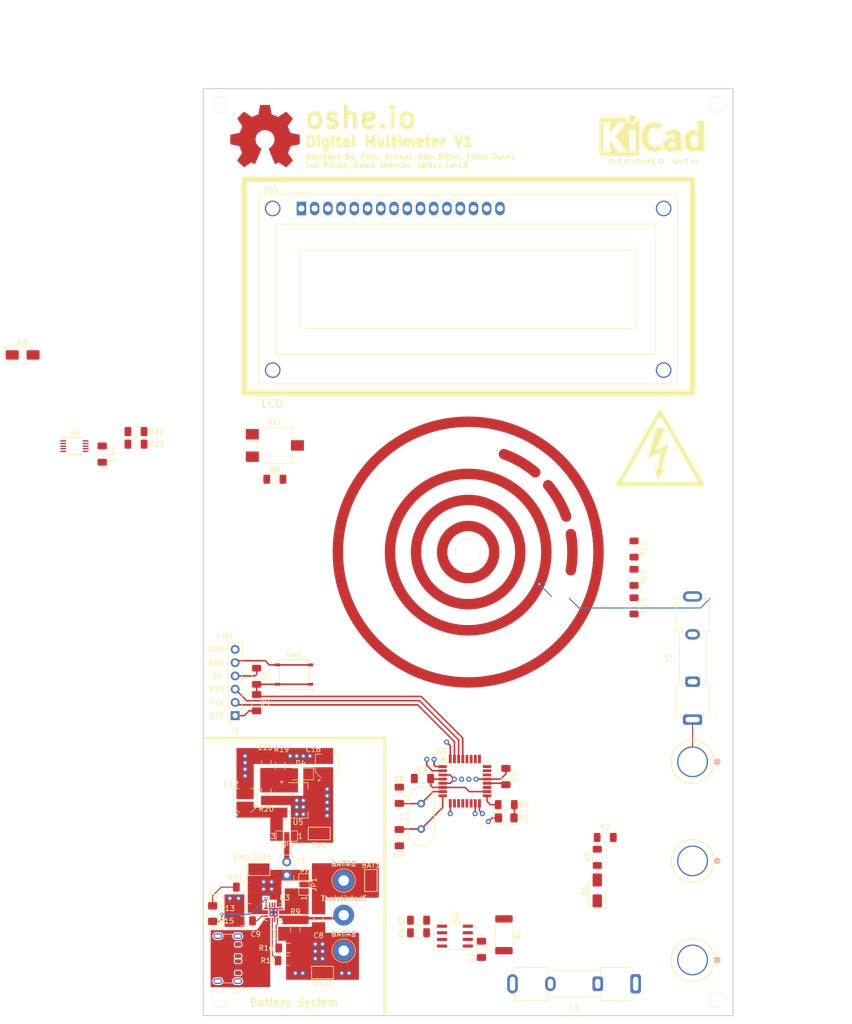
<source format=kicad_pcb>
(kicad_pcb (version 20240108) (generator "pcbnew") (generator_version "8.0")
  (title_block (title "OSHE DMM") (date "2025-02-10") (rev "V1") (company "Open Source Hardware Enterprise"))
  (layers (0 "F.Cu" signal) (1 "In1.Cu" signal) (2 "In2.Cu" signal) (31 "B.Cu" signal) (34 "B.Paste" user) (35 "F.Paste" user) (36 "B.SilkS" user "B.Silkscreen") (37 "F.SilkS" user "F.Silkscreen") (38 "B.Mask" user) (39 "F.Mask" user) (44 "Edge.Cuts" user))
  (net 0 "")
  (net 1 "Net-(JP1-C)")
  (net 2 "GND")
  (net 3 "Net-(U1-AREF)")
  (net 4 "+5V")
  (net 5 "Net-(U1-XTAL1{slash}PB6)")
  (net 6 "Net-(U1-XTAL2{slash}PB7)")
  (net 7 "DTR")
  (net 8 "Net-(U1-~{RESET}{slash}PC6)")
  (net 9 "USB_Power_IN")
  (net 10 "9V_BAT_IN")
  (net 11 "Net-(JP2-B)")
  (net 12 "Net-(D4-A)")
  (net 13 "Net-(D1-A2)")
  (net 14 "Net-(D2-A)")
  (net 15 "Net-(D3-A)")
  (net 16 "RXD")
  (net 17 "TXD")
  (net 20 "BMS_BAT_IN")
  (net 21 "Net-(J3-Pin_2)")
  (net 22 "SCK{slash}D13")
  (net 23 "/R-ILIM")
  (net 24 "/R-ISET")
  (net 25 "TS")
  (net 26 "D9")
  (net 27 "A2")
  (net 28 "A7")
  (net 29 "A1")
  (net 30 "A0")
  (net 31 "SDA")
  (net 32 "D5")
  (net 33 "MISO{slash}D12")
  (net 34 "D2")
  (net 35 "D4")
  (net 36 "SCL")
  (net 37 "D8")
  (net 38 "D10")
  (net 39 "D7")
  (net 40 "A6")
  (net 41 "MOSI{slash}D11")
  (net 42 "A3")
  (net 43 "D6")
  (net 44 "D3")
  (net 45 "Net-(U2-A0)")
  (net 46 "Net-(U2-A1)")
  (net 47 "Net-(U3-TMR)")
  (net 49 "Net-(D1-A1)")
  (net 50 "Net-(D3-K)")
  (net 51 "Net-(C4-Pad1)")
  (net 55 "Net-(DS1-VO)")
  (net 57 "Net-(DS1-LED(+))")
  (net 58 "Net-(U2-IN+)")
  (net 59 "Net-(F2-Pad2)")
  (net 60 "/2V")
  (net 61 "/20V")
  (net 62 "/200V")
  (net 63 "Net-(D5-A2)")
  (net 67 "Input_Negative")
  (net 68 "Current_Input")
  (net 69 "Voltage_Input")
  (footprint "TestPoint:TestPoint_Keystone_5019_Minature" (layer "F.Cu") (at 145.821 215.07 -90)
    (property "Reference" "BAT1")
    (property "Value" "TestPoint")
  )
  (footprint "Resistor_SMD:R_1206_3216Metric_Pad1.30x1.75mm_HandSolder" (layer "F.Cu") (at 123.907 175.8915 90)
    (property "Reference" "R7")
    (property "Value" "10k")
  )
  (footprint "Display:WC1602A" (layer "F.Cu") (at 132.49 86.1745)
    (property "Reference" "DS1")
    (property "Value" "WC1602A")
  )
  (footprint "Capacitor_SMD:C_1206_3216Metric_Pad1.33x1.80mm_HandSolder" (layer "F.Cu") (at 135.788 222.309 -90)
    (property "Reference" "C8")
    (property "Value" "10uF")
  )
  (footprint "Symbol:OSHW-Symbol_13.4x12mm_Copper" (layer "F.Cu") (at 125.501 72.322)
    (property "Reference" "REF**" (hide yes))
    (property "Value" "OSHW-Symbol_13.4x12mm_Copper" (hide yes))
  )
  (footprint "Resistor_SMD:R_1206_3216Metric_Pad1.30x1.75mm_HandSolder" (layer "F.Cu") (at 196.315 162.389 -90)
    (property "Reference" "R13")
    (property "Value" "10k")
  )
  (footprint "Resistor_SMD:R_1206_3216Metric_Pad1.30x1.75mm_HandSolder" (layer "F.Cu") (at 189.255 210.625 90)
    (property "Reference" "R3")
    (property "Value" "10k")
  )
  (footprint "Capacitor_SMD:C_1206_3216Metric_Pad1.33x1.80mm_HandSolder" (layer "F.Cu") (at 171.729 195.131 -90)
    (property "Reference" "C1")
    (property "Value" "0.1uF")
  )
  (footprint "Resistor_SMD:R_1206_3216Metric_Pad1.30x1.75mm_HandSolder" (layer "F.Cu") (at 154.965 225.103)
    (property "Reference" "R4")
    (property "Value" "1k")
  )
  (footprint "Package_SO:TSSOP-10_3x3mm_P0.5mm" (layer "F.Cu") (at 88.951 131.758)
    (property "Reference" "U6")
    (property "Value" "ADS1115IDGS")
  )
  (footprint "Fuse:Fuseholder_Clip-5x20mm_Keystone_3512P_Inline_P23.62x7.27mm_D1.02x2.41x1.02x1.57mm_Horizontal" (layer "F.Cu") (at 207.543 184.208 90)
    (property "Reference" "F2")
    (property "Value" "500mA")
  )
  (footprint "Package_QFP:TQFP-32_7x7mm_P0.8mm" (layer "F.Cu") (at 163.855 196.02)
    (property "Reference" "U1")
    (property "Value" "ATmega328P-A")
  )
  (footprint "TestPoint:TestPoint_THTPad_D4.0mm_Drill2.0mm" (layer "F.Cu") (at 140.614 228.532 -90)
    (property "Reference" "BAT-1")
    (property "Value" "Pad")
  )
  (footprint "Symbol:OSHW-Symbol_13.4x12mm_Copper" (layer "F.Cu") (at 125.501 72.322)
    (property "Reference" "REF**" (hide yes))
    (property "Value" "OSHW-Symbol_13.4x12mm_Copper" (hide yes))
  )
  (footprint "Capacitor_SMD:C_1206_3216Metric_Pad1.33x1.80mm_HandSolder" (layer "F.Cu") (at 167.03 228.278 -90)
    (property "Reference" "C2")
    (property "Value" "0.1uF")
  )
  (footprint "Capacitor_SMD:C_1206_3216Metric_Pad1.33x1.80mm_HandSolder" (layer "F.Cu") (at 127.279 225.357)
    (property "Reference" "C9")
    (property "Value" "10uF")
  )
  (footprint "Capacitor_SMD:C_1206_3216Metric_Pad1.33x1.80mm_HandSolder" (layer "F.Cu") (at 125.755 192.718 90)
    (property "Reference" "C15")
    (property "Value" "10uF")
  )
  (footprint "Resistor_SMD:R_1206_3216Metric_Pad1.30x1.75mm_HandSolder" (layer "F.Cu") (at 128.422 193.099 90)
    (property "Reference" "R19")
    (property "Value" "1.2k")
  )
  (footprint "Connector_USB:USB_C_Receptacle_GCT_USB4125-xx-x-0190_6P_TopMnt_Horizontal" (layer "F.Cu") (at 117.275 230.056 -90)
    (property "Reference" "J2")
    (property "Value" "USB_C_Receptacle_PowerOnly_6P")
  )
  (footprint "TestPoint:TestPoint_THTPad_D4.0mm_Drill2.0mm" (layer "F.Cu") (at 140.614 215.07 -90)
    (property "Reference" "BAT+1")
    (property "Value" "Pad")
  )
  (footprint "Connector_PinSocket_2.54mm:PinSocket_1x06_P2.54mm_Vertical" (layer "F.Cu") (at 119.786 183.447 180)
    (property "Reference" "J1")
    (property "Value" "FTDI Basic")
  )
  (footprint "Symbol:KiCad-Logo2_8mm_SilkScreen" (layer "F.Cu") (at 199.796 72.068)
    (property "Reference" "REF**" (hide yes))
    (property "Value" "KiCad-Logo2_8mm_SilkScreen" (hide yes))
  )
  (footprint "Capacitor_SMD:C_1206_3216Metric_Pad1.33x1.80mm_HandSolder" (layer "F.Cu") (at 151.282 206.852 90)
    (property "Reference" "C7")
    (property "Value" "22pF")
  )
  (footprint "Connector_PinHeader_2.54mm:PinHeader_1x02_P2.54mm_Vertical" (layer "F.Cu") (at 129.692 214.054 180)
    (property "Reference" "J3")
    (property "Value" "ON/OFF")
  )
  (footprint "Package_SO:SOIC-8_3.9x4.9mm_P1.27mm" (layer "F.Cu") (at 161.95 225.738)
    (property "Reference" "U2")
    (property "Value" "INA219BxD")
  )
  (footprint "Capacitor_SMD:C_1206_3216Metric_Pad1.33x1.80mm_HandSolder" (layer "F.Cu") (at 94.285 133.282 -90)
    (property "Reference" "C14")
    (property "Value" "100nF")
  )
  (footprint "Resistor_SMD:R_1206_3216Metric_Pad1.30x1.75mm_HandSolder" (layer "F.Cu") (at 129.565 230.437)
    (property "Reference" "R14")
    (property "Value" "0")
  )
  (footprint "Capacitor_SMD:C_1206_3216Metric_Pad1.33x1.80mm_HandSolder" (layer "F.Cu") (at 155.727 195.512 180)
    (property "Reference" "C3")
    (property "Value" "0.1uF")
  )
  (footprint "DMM_Footprint_Library:CONN_575-8_KEY" (layer "F.Cu") (at 207.543 211.31)
    (property "Reference" "J5")
    (property "Value" "GND")
  )
  (footprint "Diode_SMD:D_SMA" (layer "F.Cu") (at 189.255 216.975 90)
    (property "Reference" "D1")
    (property "Value" "SMAJ200CA")
  )
  (footprint "Capacitor_SMD:CP_Elec_4x4.5" (layer "F.Cu") (at 137.439 193.099 90)
    (property "Reference" "C16")
    (property "Value" "1uF")
  )
  (footprint "Resistor_SMD:R_1206_3216Metric_Pad1.30x1.75mm_HandSolder" (layer "F.Cu") (at 154.965 222.69)
    (property "Reference" "R5")
    (property "Value" "1k")
  )
  (footprint "Resistor_SMD:R_1206_3216Metric_Pad1.30x1.75mm_HandSolder" (layer "F.Cu") (at 131.343 224.214 -90)
    (property "Reference" "R9")
    (property "Value" "10k")
  )
  (footprint "Resistor_SMD:R_1206_3216Metric_Pad1.30x1.75mm_HandSolder" (layer "F.Cu") (at 127.406 138.108)
    (property "Reference" "R8")
    (property "Value" "220K")
  )
  (footprint "Crystal:Crystal_HC49-U_Vertical" (layer "F.Cu") (at 155.473 205.201 90)
    (property "Reference" "Y1")
    (property "Value" "16MHz")
  )
  (footprint "LED_SMD:LED_1206_3216Metric_Pad1.42x1.75mm_HandSolder" (layer "F.Cu") (at 115.468 221.42 90)
    (property "Reference" "D3")
    (property "Value" "CHG")
  )
  (footprint "Diode_SMD:D_SMA" (layer "F.Cu") (at 79.015 114.261)
    (property "Reference" "D6")
    (property "Value" "SMAJ200CA")
  )
  (footprint "Resistor_SMD:R_1206_3216Metric_Pad1.30x1.75mm_HandSolder" (layer "F.Cu") (at 100.762 131.377 180)
    (property "Reference" "R23")
    (property "Value" "10k")
  )
  (footprint "Resistor_SMD:R_1206_3216Metric_Pad1.30x1.75mm_HandSolder" (layer "F.Cu") (at 121.564 216.34 180)
    (property "Reference" "R21")
    (property "Value" "1.5k")
  )
  (footprint "Jumper:SolderJumper-3_P1.3mm_Open_Pad1.0x1.5mm_NumberLabels" (layer "F.Cu") (at 129.692 206.561 180)
    (property "Reference" "JP2")
    (property "Value" "SolderJumper")
  )
  (footprint "Diode_SMD:D_1206_3216Metric_Pad1.42x1.75mm_HandSolder" (layer "F.Cu") (at 132.359 194.623 180)
    (property "Reference" "D4")
    (property "Value" "1N4002")
  )
  (footprint "Capacitor_SMD:C_1206_3216Metric_Pad1.33x1.80mm_HandSolder" (layer "F.Cu") (at 123.907 180.9715 -90)
    (property "Reference" "C5")
    (property "Value" "0.1uF")
  )
  (footprint "Potentiometer_SMD:Potentiometer_ACP_CA6-VSMD_Vertical" (layer "F.Cu") (at 127.406 131.631)
    (property "Reference" "RV1")
    (property "Value" "10k")
  )
  (footprint "Package_TO_SOT_SMD:SOT-223-3_TabPin2" (layer "F.Cu") (at 131.851 199.703)
    (property "Reference" "U5")
    (property "Value" "LM317_SOT-223")
  )
  (footprint "Resistor_SMD:R_2512_6332Metric_Pad1.40x3.35mm_HandSolder" (layer "F.Cu") (at 171.348 225.484 -90)
    (property "Reference" "R1")
    (property "Value" "0.064")
  )
  (footprint "Fuse:Fuseholder_Clip-5x20mm_Keystone_3512P_Inline_P23.62x7.27mm_D1.02x2.41x1.02x1.57mm_Horizontal" (layer "F.Cu") (at 196.62 234.882 180)
    (property "Reference" "F1")
    (property "Value" "5A")
  )
  (footprint "TestPoint:TestPoint_Keystone_5019_Minature" (layer "F.Cu") (at 124.358 212.911)
    (property "Reference" "BMS_Out1")
    (property "Value" "TestPoint")
  )
  (footprint "DMM_Footprint_Library:CONN_575-8_KEY" (layer "F.Cu") (at 207.543 192.31)
    (property "Reference" "J4")
    (property "Value" "Voltage")
  )
  (footprint "Resistor_SMD:R_1206_3216Metric_Pad1.30x1.75mm_HandSolder" (layer "F.Cu") (at 196.315 151.491 -90)
    (property "Reference" "R10")
    (property "Value" "900K")
  )
  (footprint "TestPoint:TestPoint_Keystone_5019_Minature" (layer "F.Cu") (at 136.55 232.723)
    (property "Reference" "GND1")
    (property "Value" "TestPoint")
  )
  (footprint "Capacitor_SMD:C_1206_3216Metric_Pad1.33x1.80mm_HandSolder" (layer "F.Cu") (at 122.199 220.404 180)
    (property "Reference" "C13")
    (property "Value" "10uF")
  )
  (footprint "DMM_Footprint_Library:CONN_575-8_KEY" (layer "F.Cu") (at 207.543 230.31)
    (property "Reference" "J6")
    (property "Value" "Current")
  )
  (footprint "Capacitor_SMD:CP_Elec_4x4.5" (layer "F.Cu") (at 121.691 199.703 90)
    (property "Reference" "C12")
    (property "Value" "1uF")
  )
  (footprint "Resistor_SMD:R_1206_3216Metric_Pad1.30x1.75mm_HandSolder" (layer "F.Cu") (at 196.315 156.928 -90)
    (property "Reference" "R11")
    (property "Value" "90k")
  )
  (footprint "TestPoint:TestPoint_Keystone_5019_Minature" (layer "F.Cu") (at 135.915 206.053 180)
    (property "Reference" "5V1")
    (property "Value" "TestPoint")
  )
  (footprint "LED_SMD:LED_1206_3216Metric_Pad1.42x1.75mm_HandSolder" (layer "F.Cu") (at 171.7915 203.062)
    (property "Reference" "D2")
    (property "Value" "Green")
  )
  (footprint "Jumper:SolderJumper-3_P1.3mm_Open_Pad1.0x1.5mm_NumberLabels" (layer "F.Cu") (at 132.994 215.832 90)
    (property "Reference" "JP1")
    (property "Value" "SolderJumper")
  )
  (footprint "Resistor_SMD:R_1206_3216Metric_Pad1.30x1.75mm_HandSolder" (layer "F.Cu") (at 171.7915 200.522 180)
    (property "Reference" "R6")
    (property "Value" "330")
  )
  (footprint "Capacitor_SMD:C_1206_3216Metric_Pad1.33x1.80mm_HandSolder" (layer "F.Cu") (at 151.282 198.724 90)
    (property "Reference" "C6")
    (property "Value" "22pF")
  )
  (footprint "Resistor_SMD:R_1206_3216Metric_Pad1.30x1.75mm_HandSolder" (layer "F.Cu") (at 129.692 228.024)
    (property "Reference" "R16")
    (property "Value" "1.78k")
  )
  (footprint "Symbol:Symbol_HighVoltage_Triangle_17x15mm_Copper" (layer "F.Cu") (at 201.32 132.139)
    (property "Reference" "REF**" (hide yes))
    (property "Value" "Symbol_HighVoltage_Triangle_17x15mm_Copper" (hide yes))
  )
  (footprint "Resistor_SMD:R_1206_3216Metric_Pad1.30x1.75mm_HandSolder" (layer "F.Cu") (at 100.762 128.964 180)
    (property "Reference" "R22")
    (property "Value" "10k")
  )
  (footprint "Resistor_SMD:R_1206_3216Metric_Pad1.30x1.75mm_HandSolder" (layer "F.Cu") (at 121.564 222.817 180)
    (property "Reference" "R15")
    (property "Value" "1.5k")
  )
  (footprint "Resistor_SMD:R_1206_3216Metric_Pad1.30x1.75mm_HandSolder" (layer "F.Cu") (at 190.779 206.815 180)
    (property "Reference" "R2")
    (property "Value" "R_US")
  )
  (footprint "Resistor_SMD:R_1206_3216Metric_Pad1.30x1.75mm_HandSolder" (layer "F.Cu") (at 125.755 198.179 90)
    (property "Reference" "R20")
    (property "Value" "390")
  )
  (footprint "TestPoint:TestPoint_THTPad_D4.0mm_Drill2.0mm" (layer "F.Cu") (at 140.614 221.72 90)
    (property "Reference" "Thermistor1")
    (property "Value" "Pad")
  )
  (footprint "Package_DFN_QFN:VQFN-16-1EP_3x3mm_P0.5mm_EP1.6x1.6mm" (layer "F.Cu") (at 127.154 221.164 180)
    (property "Reference" "U3")
    (property "Value" "BQ24075RGT")
  )
  (footprint "DMM_Footprint_Library:SMT_FS" (layer "F.Cu") (at 131.089 175.573 180)
    (property "Reference" "SW1")
    (property "Value" "PTS526 SK15 SMTR2 LFS")
  )
  (gr_circle (center 164.49 152.078) (end 169.49 152.078) (stroke (width 2)) (fill none) (layer "F.Cu"))
  (gr_circle (center 164.49 152.078) (end 189.490112 152.078) (stroke (width 2)) (fill none) (layer "F.Cu"))
  (gr_circle (center 164.49 152.078) (end 174.49 152.078) (stroke (width 2)) (fill none) (layer "F.Cu"))
  (gr_circle (center 164.49 152.078) (end 179.49 152.078) (stroke (width 2)) (fill none) (layer "F.Cu"))
  (gr_arc (start 171.355591 133.293334) (mid 174.515111 134.772014) (end 177.36964 136.777187) (stroke (width 2)) (layer "F.Cu"))
  (gr_arc (start 184.19146 148.63527) (mid 184.489977 152.107139) (end 184.181345 155.578124) (stroke (width 2)) (layer "F.Cu"))
  (gr_arc (start 179.834186 139.250063) (mid 181.825381 142.103805) (end 183.291804 145.259484) (stroke (width 2)) (layer "F.Cu"))
  (gr_line (start 148.488 240.47) (end 148.488 187.765) (stroke (width 0.5)) (layer "F.SilkS"))
  (gr_line (start 114.1345 187.765) (end 148.488 187.765) (stroke (width 0.5)) (layer "F.SilkS"))
  (gr_rect (start 121.5005 80.577) (end 207.5005 121.577) (stroke (width 1)) (fill none) (layer "F.SilkS"))
  (gr_circle (center 212.242 66.226) (end 213.766 66.226) (stroke (width 0.05)) (fill none) (layer "Edge.Cuts"))
  (gr_circle (center 116.738 237.93) (end 118.262 237.93) (stroke (width 0.05)) (fill none) (layer "Edge.Cuts"))
  (gr_rect (start 113.69 63.178) (end 215.29 240.978) (stroke (width 0.2)) (fill none) (layer "Edge.Cuts"))
  (gr_circle (center 212.242 237.93) (end 213.766 237.93) (stroke (width 0.05)) (fill none) (layer "Edge.Cuts"))
  (gr_circle (center 116.738 66.226) (end 118.262 66.226) (stroke (width 0.05)) (fill none) (layer "Edge.Cuts"))
  (gr_circle (center 164.49 152.078) (end 166.99 152.078) (stroke (width 0.05)) (fill none) (layer "Edge.Cuts"))
  (gr_text "BAT-1" (at 140.614 225.357 -0) (layer "B.SilkS") (effects (font (size 1 1)) (justify mirror)))
  (gr_text "Thermistor1" (at 140.614 218.499 -0) (layer "B.SilkS") (effects (font (size 1 1)) (justify mirror)))
  (gr_text "BAT+1" (at 140.614 211.895 0) (layer "B.SilkS") (effects (font (size 1 1)) (justify mirror)))
  (gr_text "TXD" (at 116.23 180.907 0) (layer "F.SilkS") (effects (font (size 1 1))))
  (gr_text "5V" (at 116.23 175.827 0) (layer "F.SilkS") (effects (font (size 1 1))))
  (gr_text "LCD" (at 126.898 123.63 0) (layer "F.SilkS") (effects (font (size 1.5 1.5) (thickness 0.25) (bold yes))))
  (gr_text "RXD" (at 116.23 178.367 0) (layer "F.SilkS") (effects (font (size 1 1))))
  (gr_text "DTR" (at 116.23 183.447 0) (layer "F.SilkS") (effects (font (size 1 1))))
  (gr_text "oshe.io" (at 132.74 68.766 0) (layer "F.SilkS") (effects (font (size 4 4) (thickness 0.75) (bold yes)) (justify left)))
  (gr_text "Digital Multimeter V1" (at 132.994 73.338 0) (layer "F.SilkS") (effects (font (size 2 2) (thickness 0.5) (bold yes)) (justify left)))
  (gr_text "GND" (at 116.23 173.287 0) (layer "F.SilkS") (effects (font (size 1 1))))
  (gr_text "Battery System" (at 131.089 238.438 0) (layer "F.SilkS") (effects (font (size 1.5 1.5) (thickness 0.25) (bold yes))))
  (gr_text "Designed By: Peter Kocour, Alex Ritter, Ethan Dwyer, \nLuc Prisby, Caleb Jahncke, James Lovell" (at 133.248 77.021 0) (layer "F.SilkS") (effects (font (size 1 1) (thickness 0.2) (bold yes)) (justify left)))
  (gr_text "GND" (at 116.23 170.747 0) (layer "F.SilkS") (effects (font (size 1 1))))
  (gr_text "FTDI" (at 117.754 168.207 0) (layer "F.SilkS") (effects (font (size 1 1))))
  (via (at 178.16 158.238) (size 0.6) (drill 0.3) (layers "F.Cu" "B.Cu") (net 0))
  (segment (start 126.454 219.7765) (end 126.454 220.464) (width 0.2) (layer "F.Cu") (net 2))
  (segment (start 168.105 195.62) (end 166.033 195.62) (width 0.3) (layer "F.Cu") (net 2))
  (segment (start 127.404 221.414) (end 127.154 221.164) (width 0.2) (layer "F.Cu") (net 2))
  (segment (start 159.605 194.82) (end 161.004 194.82) (width 0.3) (layer "F.Cu") (net 2))
  (segment (start 127.404 219.7265) (end 127.404 220.914) (width 0.2) (layer "F.Cu") (net 2))
  (segment (start 159.605 196.42) (end 161.042 196.42) (width 0.3) (layer "F.Cu") (net 2))
  (segment (start 127.8041 220.5139) (end 127.537 220.781) (width 0.2) (layer "F.Cu") (net 2))
  (segment (start 169.0675 203.062) (end 170.304 203.062) (width 0.3) (layer "F.Cu") (net 2))
  (segment (start 125.535925 172.906) (end 120.167 172.906) (width 0.3) (layer "F.Cu") (net 2))
  (segment (start 127.404 220.914) (end 127.154 221.164) (width 0.2) (layer "F.Cu") (net 2))
  (segment (start 127.404 222.6015) (end 127.404 221.414) (width 0.2) (layer "F.Cu") (net 2))
  (segment (start 128.5915 220.414) (end 128.154001 220.414) (width 0.2) (layer "F.Cu") (net 2))
  (segment (start 127.537 220.781) (end 127.533 220.781) (width 0.2) (layer "F.Cu") (net 2))
  (segment (start 170.732 195.62) (end 168.105 195.62) (width 0.3) (layer "F.Cu") (net 2))
  (segment (start 161.042 196.42) (end 161.823 195.639) (width 0.3) (layer "F.Cu") (net 2))
  (segment (start 134.27035 173.7188) (end 127.90765 173.7188) (width 0.3) (layer "F.Cu") (net 2))
  (segment (start 120.167 172.906) (end 119.786 173.287) (width 0.3) (layer "F.Cu") (net 2))
  (segment (start 168.3625 203.767) (end 169.0675 203.062) (width 0.3) (layer "F.Cu") (net 2))
  (segment (start 127.90765 173.7188) (end 126.348725 173.7188) (width 0.3) (layer "F.Cu") (net 2))
  (segment (start 127.533 221.543) (end 127.404 221.414) (width 0.2) (layer "F.Cu") (net 2))
  (segment (start 128.054101 220.5139) (end 127.8041 220.5139) (width 0.2) (layer "F.Cu") (net 2))
  (segment (start 166.033 195.62) (end 166.014 195.639) (width 0.2) (layer "F.Cu") (net 2))
  (segment (start 171.729 194.623) (end 170.732 195.62) (width 0.3) (layer "F.Cu") (net 2))
  (segment (start 126.348725 173.7188) (end 125.535925 172.906) (width 0.3) (layer "F.Cu") (net 2))
  (segment (start 127.533 220.785) (end 127.154 221.164) (width 0.2) (layer "F.Cu") (net 2))
  (segment (start 161.004 194.82) (end 161.823 195.639) (width 0.3) (layer "F.Cu") (net 2))
  (segment (start 171.729 193.1875) (end 171.729 194.623) (width 0.3) (layer "F.Cu") (net 2))
  (segment (start 127.533 220.781) (end 127.533 220.785) (width 0.2) (layer "F.Cu") (net 2))
  (segment (start 126.771 220.781) (end 127.154 221.164) (width 0.2) (layer "F.Cu") (net 2))
  (segment (start 128.154001 220.414) (end 128.054101 220.5139) (width 0.2) (layer "F.Cu") (net 2))
  (segment (start 126.404 219.7265) (end 126.454 219.7765) (width 0.2) (layer "F.Cu") (net 2))
  (segment (start 126.454 220.464) (end 126.771 220.781) (width 0.2) (layer "F.Cu") (net 2))
  (via (at 168.3625 203.767) (size 1) (drill 0.5) (layers "F.Cu" "B.Cu") (net 2))
  (via (at 135.153 230.056) (size 1) (drill 0.5) (layers "F.Cu" "B.Cu") (net 2))
  (via (at 135.153 228.659) (size 1) (drill 0.5) (layers "F.Cu" "B.Cu") (net 2))
  (via (at 121.691 192.464) (size 1) (drill 0.5) (layers "F.Cu" "B.Cu") (net 2))
  (via (at 127.533 220.781) (size 0.6) (drill 0.3) (layers "F.Cu" "B.Cu") (net 2))
  (via (at 166.014 195.639) (size 1) (drill 0.5) (layers "F.Cu" "B.Cu") (net 2))
  (via (at 130.327 191.194) (size 1) (drill 0.5) (layers "F.Cu" "B.Cu") (net 2))
  (via (at 126.771 220.781) (size 0.6) (drill 0.3) (layers "F.Cu" "B.Cu") (net 2))
  (via (at 135.153 227.262) (size 1) (drill 0.5) (layers "F.Cu" "B.Cu") (net 2))
  (via (at 132.74 232.85) (size 1) (drill 0.5) (layers "F.Cu" "B.Cu") (net 2))
  (via (at 136.55 230.056) (size 1) (drill 0.5) (layers "F.Cu" "B.Cu") (net 2))
  (via (at 121.691 195.004) (size 1) (drill 0.5) (layers "F.Cu" "B.Cu") (net 2))
  (via (at 141.63 232.85) (size 1) (drill 0.5) (layers "F.Cu" "B.Cu") (net 2))
  (via (at 136.55 227.262) (size 1) (drill 0.5) (layers "F.Cu" "B.Cu") (net 2))
  (via (at 134.137 191.194) (size 1) (drill 0.5) (layers "F.Cu" "B.Cu") (net 2))
  (via (at 131.597 191.194) (size 1) (drill 0.5) (layers "F.Cu" "B.Cu") (net 2))
  (via (at 140.233 232.85) (size 1) (drill 0.5) (layers "F.Cu" "B.Cu") (net 2))
  (via (at 120.421 218.499) (size 1) (drill 0.5) (layers "F.Cu" "B.Cu") (net 2))
  (via (at 118.77 218.499) (size 1) (drill 0.5) (layers "F.Cu" "B.Cu") (net 2))
  (via (at 131.343 232.85) (size 1) (drill 0.5) (layers "F.Cu" "B.Cu") (net 2))
  (via (at 163.22 195.639) (size 1) (drill 0.5) (layers "F.Cu" "B.Cu") (net 2))
  (via (at 121.691 193.734) (size 1) (drill 0.5) (layers "F.Cu" "B.Cu") (net 2))
  (via (at 164.617 195.639) (size 1) (drill 0.5) (layers "F.Cu" "B.Cu") (net 2))
  (via (at 132.867 191.194) (size 1) (drill 0.5) (layers "F.Cu" "B.Cu") (net 2))
  (via (at 136.55 228.659) (size 1) (drill 0.5) (layers "F.Cu" "B.Cu") (net 2))
  (via (at 126.771 221.543) (size 0.6) (drill 0.3) (layers "F.Cu" "B.Cu") (net 2))
  (via (at 127.533 221.543) (size 0.6) (drill 0.3) (layers "F.Cu" "B.Cu") (net 2))
  (via (at 121.691 191.194) (size 1) (drill 0.5) (layers "F.Cu" "B.Cu") (net 2))
  (via (at 161.823 195.639) (size 1) (drill 0.5) (layers "F.Cu" "B.Cu") (net 2))
  (segment (start 168.105 196.42) (end 171.6215 196.42) (width 0.3) (layer "F.Cu") (net 3))
  (segment (start 171.6215 196.42) (end 171.729 196.3125) (width 0.2) (layer "F.Cu") (net 3))
  (segment (start 123.5905 175.827) (end 119.786 175.827) (width 0.3) (layer "F.Cu") (net 4))
  (segment (start 157.689 197.22) (end 157.2895 196.8205) (width 0.3) (layer "F.Cu") (net 4))
  (segment (start 164.712 198.02) (end 163.912 197.22) (width 0.3) (layer "F.Cu") (net 4))
  (segment (start 163.912 197.22) (end 159.605 197.22) (width 0.3) (layer "F.Cu") (net 4))
  (segment (start 157.3975 195.62) (end 157.2895 195.512) (width 0.2) (layer "F.Cu") (net 4))
  (segment (start 168.105 198.02) (end 164.712 198.02) (width 0.3) (layer "F.Cu") (net 4))
  (segment (start 123.907 175.5105) (end 123.5905 175.827) (width 0.3) (layer "F.Cu") (net 4))
  (segment (start 157.2895 196.8205) (end 157.2895 195.512) (width 0.3) (layer "F.Cu") (net 4))
  (segment (start 159.605 197.22) (end 157.689 197.22) (width 0.3) (layer "F.Cu") (net 4))
  (segment (start 123.907 174.3415) (end 123.907 175.5105) (width 0.3) (layer "F.Cu") (net 4))
  (segment (start 159.605 195.62) (end 157.3975 195.62) (width 0.3) (layer "F.Cu") (net 4))
  (via (at 131.597 199.703) (size 1) (drill 0.5) (layers "F.Cu" "B.Cu") (net 4))
  (via (at 137.439 202.624) (size 1) (drill 0.5) (layers "F.Cu" "B.Cu") (net 4))
  (via (at 131.597 202.37) (size 1) (drill 0.5) (layers "F.Cu" "B.Cu") (net 4))
  (via (at 137.439 200.084) (size 1) (drill 0.5) (layers "F.Cu" "B.Cu") (net 4))
  (via (at 131.597 200.973) (size 1) (drill 0.5) (layers "F.Cu" "B.Cu") (net 4))
  (via (at 137.439 201.354) (size 1) (drill 0.5) (layers "F.Cu" "B.Cu") (net 4))
  (via (at 137.439 197.544) (size 1) (drill 0.5) (layers "F.Cu" "B.Cu") (net 4))
  (via (at 132.867 200.973) (size 1) (drill 0.5) (layers "F.Cu" "B.Cu") (net 4))
  (via (at 132.867 202.37) (size 1) (drill 0.5) (layers "F.Cu" "B.Cu") (net 4))
  (via (at 137.439 198.814) (size 1) (drill 0.5) (layers "F.Cu" "B.Cu") (net 4))
  (via (at 132.867 199.703) (size 1) (drill 0.5) (layers "F.Cu" "B.Cu") (net 4))
  (segment (start 159.605 198.02) (end 157.774 198.02) (width 0.3) (layer "F.Cu") (net 5))
  (segment (start 151.3165 200.321) (end 151.282 200.2865) (width 0.2) (layer "F.Cu") (net 5))
  (segment (start 155.473 200.321) (end 151.3165 200.321) (width 0.3) (layer "F.Cu") (net 5))
  (segment (start 157.774 198.02) (end 155.473 200.321) (width 0.3) (layer "F.Cu") (net 5))
  (segment (start 155.473 205.201) (end 151.3705 205.201) (width 0.3) (layer "F.Cu") (net 6))
  (segment (start 159.605 201.069) (end 155.473 205.201) (width 0.3) (layer "F.Cu") (net 6))
  (segment (start 151.3705 205.201) (end 151.282 205.2895) (width 0.2) (layer "F.Cu") (net 6))
  (segment (start 159.605 198.82) (end 159.605 201.069) (width 0.3) (layer "F.Cu") (net 6))
  (segment (start 122.4715 182.534) (end 121.5585 183.447) (width 0.3) (layer "F.Cu") (net 7))
  (segment (start 123.907 182.534) (end 122.4715 182.534) (width 0.3) (layer "F.Cu") (net 7))
  (segment (start 121.5585 183.447) (end 119.786 183.447) (width 0.3) (layer "F.Cu") (net 7))
  (segment (start 127.89335 177.4415) (end 127.90765 177.4272) (width 0.3) (layer "F.Cu") (net 8))
  (segment (start 127.90765 177.4272) (end 134.27035 177.4272) (width 0.3) (layer "F.Cu") (net 8))
  (segment (start 163.455 187.746) (end 163.455 191.77) (width 0.3) (layer "F.Cu") (net 8))
  (segment (start 123.907 177.4415) (end 127.89335 177.4415) (width 0.3) (layer "F.Cu") (net 8))
  (segment (start 124.262 179.764) (end 155.473 179.764) (width 0.3) (layer "F.Cu") (net 8))
  (segment (start 123.907 177.4415) (end 123.907 179.409) (width 0.3) (layer "F.Cu") (net 8))
  (segment (start 123.907 179.409) (end 124.262 179.764) (width 0.3) (layer "F.Cu") (net 8))
  (segment (start 155.473 179.764) (end 163.455 187.746) (width 0.3) (layer "F.Cu") (net 8))
  (via (at 126.771 216.721) (size 1) (drill 0.5) (layers "F.Cu" "B.Cu") (net 10))
  (via (at 126.771 215.324) (size 1) (drill 0.5) (layers "F.Cu" "B.Cu") (net 10))
  (via (at 125.247 216.721) (size 1) (drill 0.5) (layers "F.Cu" "B.Cu") (net 10))
  (via (at 125.247 215.324) (size 1) (drill 0.5) (layers "F.Cu" "B.Cu") (net 10))
  (segment (start 128.676 202.028) (end 128.701 202.003) (width 0.2) (layer "F.Cu") (net 11))
  (segment (start 128.701 202.053) (end 128.676 202.028) (width 1) (layer "F.Cu") (net 11))
  (segment (start 173.3415 200.522) (end 173.3415 202.9995) (width 0.3) (layer "F.Cu") (net 14))
  (segment (start 173.3415 202.9995) (end 173.279 203.062) (width 0.3) (layer "F.Cu") (net 14))
  (segment (start 115.468 217.991) (end 117.119 216.34) (width 0.2) (layer "F.Cu") (net 15))
  (segment (start 115.468 219.9325) (end 115.468 217.991) (width 0.2) (layer "F.Cu") (net 15))
  (segment (start 117.119 216.34) (end 120.014 216.34) (width 0.2) (layer "F.Cu") (net 15))
  (segment (start 155.149 180.583) (end 162.655 188.089) (width 0.3) (layer "F.Cu") (net 16))
  (segment (start 119.786 178.367) (end 122.002 180.583) (width 0.3) (layer "F.Cu") (net 16))
  (segment (start 122.002 180.583) (end 155.149 180.583) (width 0.3) (layer "F.Cu") (net 16))
  (segment (start 162.655 188.089) (end 162.655 191.77) (width 0.3) (layer "F.Cu") (net 16))
  (segment (start 161.855 188.432) (end 161.855 191.77) (width 0.3) (layer "F.Cu") (net 17))
  (segment (start 120.262 181.383) (end 154.806 181.383) (width 0.3) (layer "F.Cu") (net 17))
  (segment (start 120.262 181.383) (end 119.786 180.907) (width 0.2) (layer "F.Cu") (net 17))
  (segment (start 154.806 181.383) (end 161.855 188.432) (width 0.3) (layer "F.Cu") (net 17))
  (segment (start 129.692 206.561) (end 129.692 211.514) (width 1) (layer "F.Cu") (net 21))
  (segment (start 168.105 199.8835) (end 168.7435 200.522) (width 0.3) (layer "F.Cu") (net 22))
  (segment (start 168.7435 200.522) (end 170.2415 200.522) (width 0.3) (layer "F.Cu") (net 22))
  (segment (start 168.105 198.82) (end 168.105 199.8835) (width 0.3) (layer "F.Cu") (net 22))
  (segment (start 125.7165 221.914) (end 124.88 221.914) (width 0.2) (layer "F.Cu") (net 23))
  (segment (start 123.977 222.817) (end 123.114 222.817) (width 0.2) (layer "F.Cu") (net 23))
  (segment (start 124.88 221.914) (end 123.977 222.817) (width 0.2) (layer "F.Cu") (net 23))
  (segment (start 127.904 222.6015) (end 127.904 223.457) (width 0.2) (layer "F.Cu") (net 24))
  (segment (start 127.904 223.457) (end 127.66 223.701) (width 0.2) (layer "F.Cu") (net 24))
  (segment (start 127.66 223.701) (end 127.66 227.669) (width 0.2) (layer "F.Cu") (net 24))
  (segment (start 133.502 222.309) (end 140.025 222.309) (width 0.5) (layer "F.Cu") (net 25))
  (segment (start 140.025 222.309) (end 140.614 221.72) (width 0.5) (layer "F.Cu") (net 25))
  (segment (start 161.055 202.243) (end 161.055 200.27) (width 0.3) (layer "F.Cu") (net 32))
  (via (at 161.055 202.243) (size 1) (drill 0.5) (layers "F.Cu" "B.Cu") (net 32))
  (segment (start 167.2195 202.243) (end 166.655 201.6785) (width 0.3) (layer "F.Cu") (net 33))
  (segment (start 166.655 201.6785) (end 166.655 200.27) (width 0.3) (layer "F.Cu") (net 33))
  (via (at 167.2195 202.243) (size 1) (drill 0.5) (layers "F.Cu" "B.Cu") (net 33))
  (segment (start 161.055 189.2205) (end 161.055 191.77) (width 0.3) (layer "F.Cu") (net 34))
  (segment (start 160.3615 188.527) (end 161.055 189.2205) (width 0.3) (layer "F.Cu") (net 34))
  (via (at 160.3615 188.527) (size 1) (drill 0.5) (layers "F.Cu" "B.Cu") (net 34))
  (segment (start 157.5995 194.02) (end 156.5515 192.972) (width 0.3) (layer "F.Cu") (net 35))
  (segment (start 159.605 194.02) (end 157.5995 194.02) (width 0.3) (layer "F.Cu") (net 35))
  (segment (start 156.5515 192.972) (end 156.5515 191.829) (width 0.3) (layer "F.Cu") (net 35))
  (via (at 156.5515 191.829) (size 1) (drill 0.5) (layers "F.Cu" "B.Cu") (net 35))
  (segment (start 165.8225 202.243) (end 165.855 202.2105) (width 0.3) (layer "F.Cu") (net 41))
  (segment (start 165.855 202.2105) (end 165.855 200.27) (width 0.3) (layer "F.Cu") (net 41))
  (via (at 165.8225 202.243) (size 1) (drill 0.5) (layers "F.Cu" "B.Cu") (net 41))
  (segment (start 158.1965 193.22) (end 157.9485 192.972) (width 0.3) (layer "F.Cu") (net 44))
  (segment (start 157.9485 192.972) (end 157.9485 191.829) (width 0.3) (layer "F.Cu") (net 44))
  (segment (start 159.605 193.22) (end 158.1965 193.22) (width 0.3) (layer "F.Cu") (net 44))
  (via (at 157.9485 191.829) (size 1) (drill 0.5) (layers "F.Cu" "B.Cu") (net 44))
  (segment (start 126.904 222.6015) (end 126.904 229.326) (width 0.2) (layer "F.Cu") (net 47))
  (segment (start 126.904 229.326) (end 128.015 230.437) (width 0.2) (layer "F.Cu") (net 47))
  (segment (start 125.7165 220.414) (end 125.7165 218.5335) (width 0.2) (layer "F.Cu") (net 50))
  (segment (start 117.246 222.4995) (end 117.246 221.547) (width 0.2) (layer "F.Cu") (net 50))
  (segment (start 115.468 222.9075) (end 116.838 222.9075) (width 0.2) (layer "F.Cu") (net 50))
  (segment (start 116.838 222.9075) (end 117.246 222.4995) (width 0.2) (layer "F.Cu") (net 50))
  (via (at 125.7165 218.5335) (size 0.6) (drill 0.3) (layers "F.Cu" "B.Cu") (net 50))
  (via (at 117.246 221.547) (size 0.6) (drill 0.3) (layers "F.Cu" "B.Cu") (net 50))
  (segment (start 125.7165 218.5335) (end 122.703 221.547) (width 0.2) (layer "B.Cu") (net 50))
  (segment (start 122.703 221.547) (end 117.246 221.547) (width 0.2) (layer "B.Cu") (net 50))
  (segment (start 209.054 162.803) (end 185.739 162.803) (width 0.2) (layer "B.Cu") (net 60))
  (segment (start 180.48 160.588) (end 178.569264 158.677264) (width 0.2) (layer "B.Cu") (net 60))
  (segment (start 210.928 160.929) (end 209.054 162.803) (width 0.2) (layer "B.Cu") (net 60))
  (segment (start 185.739 162.803) (end 183.865 160.929) (width 0.2) (layer "B.Cu") (net 60))
  (segment (start 207.543 192.31) (end 207.543 184.208) (width 0.2) (layer "F.Cu") (net 69))
  (zone (net 2) (net_name "GND") (layer "F.Cu") (priority 1) (connect_pads yes (clearance 0.1)) (min_thickness 0.1) (fill yes (thermal_gap 0.1) (thermal_bridge_width 1))
    (polygon (pts (xy 143.535 225.103) (xy 137.058 225.103) (xy 137.058 223.071) (xy 134.518 223.071) (xy 134.518 223.96) (xy 128.041 223.96) (xy 128.041 226.627) (xy 129.565 226.627) (xy 129.565 234.12) (xy 143.535 234.12)))
  )
  (zone (net 11) (net_name "Net-(JP2-B)") (layer "F.Cu") (priority 6) (connect_pads yes (clearance 0.1)) (min_thickness 0.1) (fill yes (thermal_gap 0) (thermal_bridge_width 1))
    (polygon (pts (xy 120.04 199.957) (xy 123.342 199.957) (xy 123.342 201.1) (xy 129.819 201.1) (xy 129.819 203.005) (xy 128.93 203.005) (xy 128.93 207.45) (xy 126.517 207.45) (xy 126.517 203.005) (xy 120.04 203.005)))
  )
  (zone (net 1) (net_name "Net-(JP1-C)") (layer "F.Cu") (connect_pads yes (clearance 0.1)) (min_thickness 0.1) (fill yes (thermal_gap 0) (thermal_bridge_width 1))
    (polygon (pts (xy 132.1304 215.2986) (xy 134.518 215.2986) (xy 134.518 211.768) (xy 147.345 211.768) (xy 147.345 218.372) (xy 137.058 218.372) (xy 137.058 221.547) (xy 134.518 221.547) (xy 134.518 216.3654) (xy 132.1304 216.3654)))
  )
  (zone (net 2) (net_name "GND") (layer "F.Cu") (priority 5) (connect_pads yes (clearance 0.1)) (min_thickness 0.1) (fill yes (thermal_gap 0) (thermal_bridge_width 1))
    (polygon (pts (xy 138.582 192.718) (xy 123.342 192.718) (xy 123.342 199.449) (xy 120.04 199.449) (xy 120.04 189.67) (xy 138.582 189.67)))
  )
  (zone (net 9) (net_name "USB_Power_IN") (layer "F.Cu") (priority 8) (connect_pads yes (clearance 0.1)) (min_thickness 0.1) (fill yes (thermal_gap 0) (thermal_bridge_width 1))
    (polygon (pts (xy 126.517 222.182) (xy 126.517 235.517) (xy 115.087 235.517) (xy 115.087 224.595) (xy 123.977 224.595) (xy 125.628 222.182)))
  )
  (zone (net 10) (net_name "9V_BAT_IN") (layer "F.Cu") (priority 2) (connect_pads yes (clearance 0.1)) (min_thickness 0.1) (fill yes (thermal_gap 0) (thermal_bridge_width 1))
    (polygon (pts (xy 126.136 221.543) (xy 122.199 221.543) (xy 122.199 211.641) (xy 126.517 211.641) (xy 126.517001 213.034616) (xy 133.883 213.038) (xy 133.883 215.07) (xy 128.676 215.07) (xy 128.676 220.15) (xy 127.787 220.15) (xy 127.787 218.753) (xy 126.39 218.753) (xy 126.39 217.991) (xy 124.993 217.991) (xy 124.993 220.781) (xy 126.136 220.781)))
  )
  (zone (net 2) (net_name "GND") (layer "F.Cu") (priority 11) (connect_pads yes (clearance 0.1)) (min_thickness 0.1) (fill yes (thermal_gap 0.1) (thermal_bridge_width 1))
    (polygon (pts (xy 121.564 223.96) (xy 121.564 217.737) (xy 117.754 217.737) (xy 117.754 223.96)))
  )
  (zone (net 12) (net_name "Net-(D4-A)") (layer "F.Cu") (priority 3) (connect_pads yes (clearance 0.1)) (min_thickness 0.1) (fill yes (thermal_gap 0) (thermal_bridge_width 1))
    (polygon (pts (xy 124.612 198.179) (xy 124.612 193.48) (xy 131.851 193.48) (xy 131.851 198.179)))
  )
  (zone (net 25) (net_name "TS") (layer "F.Cu") (priority 9) (connect_pads yes (clearance 0.1)) (min_thickness 0.1) (fill yes (thermal_gap 0.1) (thermal_bridge_width 1))
    (polygon (pts (xy 128.168 221.797) (xy 133.883 221.797) (xy 133.883 223.448) (xy 128.803 223.452) (xy 128.803 222.309) (xy 128.168 222.305)))
  )
  (zone (net 20) (net_name "BMS_BAT_IN") (layer "F.Cu") (connect_pads yes (clearance 0)) (min_thickness 0.1) (fill yes (thermal_gap 0) (thermal_bridge_width 1))
    (polygon (pts (xy 133.883 216.59) (xy 133.883 221.543) (xy 128.168 221.543) (xy 128.168 220.781) (xy 129.311 220.781) (xy 129.311 216.59)))
  )
  (zone (net 4) (net_name "+5V") (layer "F.Cu") (priority 4) (connect_pads yes (clearance 0.1)) (min_thickness 0.1) (fill yes (thermal_gap 0) (thermal_bridge_width 1))
    (polygon (pts (xy 124.739 200.592) (xy 130.454 200.592) (xy 130.454 207.831) (xy 138.582 207.831) (xy 138.582 193.353) (xy 132.867 193.353) (xy 132.867 198.814) (xy 124.739 198.814)))
  )
)
</source>
